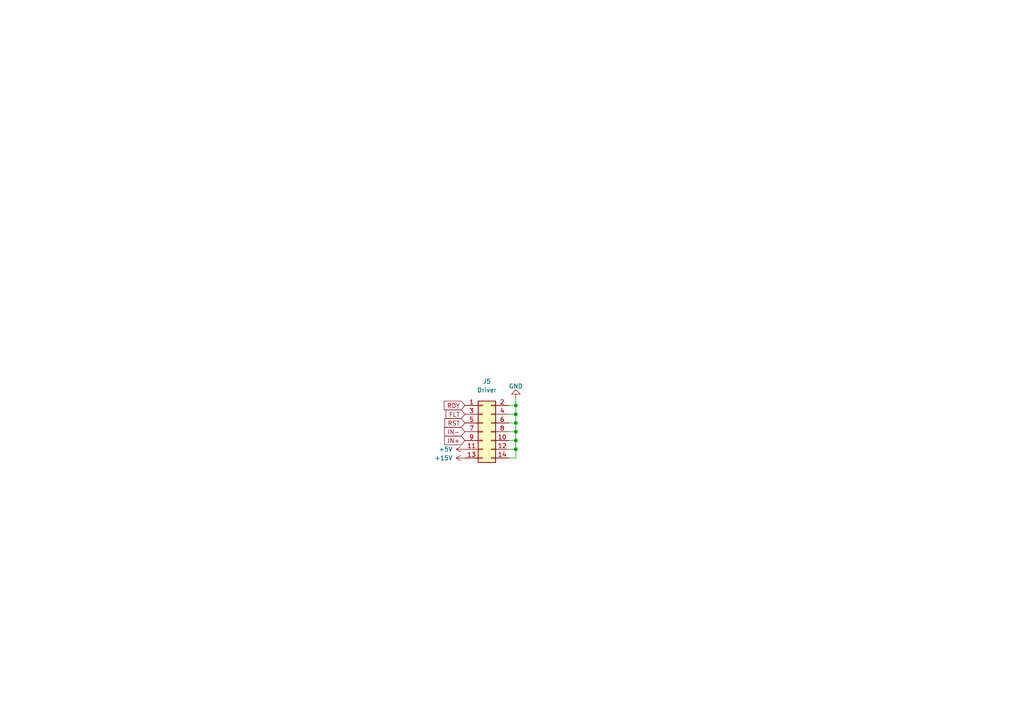
<source format=kicad_sch>
(kicad_sch (version 20211123) (generator eeschema)
  (paper "A4")
  (lib_symbols
    (symbol "Connector_Generic:Conn_02x07_Odd_Even" (pin_names (offset 1.016) hide)
      (property "Reference" "J" (at 1.27 10.16 0))
      (property "Value" "Conn_02x07_Odd_Even" (at 1.27 -10.16 0))
      (symbol "Conn_02x07_Odd_Even_1_1"
        (rectangle (start -1.27 -7.493) (end 0 -7.747) (stroke (width 0.1524)))
        (rectangle (start -1.27 -4.953) (end 0 -5.207) (stroke (width 0.1524)))
        (rectangle (start -1.27 -2.413) (end 0 -2.667) (stroke (width 0.1524)))
        (rectangle (start -1.27 0.127) (end 0 -0.127) (stroke (width 0.1524)))
        (rectangle (start -1.27 2.667) (end 0 2.413) (stroke (width 0.1524)))
        (rectangle (start -1.27 5.207) (end 0 4.953) (stroke (width 0.1524)))
        (rectangle (start -1.27 7.747) (end 0 7.493) (stroke (width 0.1524)))
        (rectangle (start -1.27 8.89) (end 3.81 -8.89) (stroke (width 0.254)) (fill (type background)))
        (rectangle (start 3.81 -7.493) (end 2.54 -7.747) (stroke (width 0.1524)))
        (rectangle (start 3.81 -4.953) (end 2.54 -5.207) (stroke (width 0.1524)))
        (rectangle (start 3.81 -2.413) (end 2.54 -2.667) (stroke (width 0.1524)))
        (rectangle (start 3.81 0.127) (end 2.54 -0.127) (stroke (width 0.1524)))
        (rectangle (start 3.81 2.667) (end 2.54 2.413) (stroke (width 0.1524)))
        (rectangle (start 3.81 5.207) (end 2.54 4.953) (stroke (width 0.1524)))
        (rectangle (start 3.81 7.747) (end 2.54 7.493) (stroke (width 0.1524)))
        (pin passive line (at -5.08 7.62 0) (length 3.81) (name "Pin_1") (number "1"))
        (pin passive line (at 7.62 -2.54 180) (length 3.81) (name "Pin_10") (number "10"))
        (pin passive line (at -5.08 -5.08 0) (length 3.81) (name "Pin_11") (number "11"))
        (pin passive line (at 7.62 -5.08 180) (length 3.81) (name "Pin_12") (number "12"))
        (pin passive line (at -5.08 -7.62 0) (length 3.81) (name "Pin_13") (number "13"))
        (pin passive line (at 7.62 -7.62 180) (length 3.81) (name "Pin_14") (number "14"))
        (pin passive line (at 7.62 7.62 180) (length 3.81) (name "Pin_2") (number "2"))
        (pin passive line (at -5.08 5.08 0) (length 3.81) (name "Pin_3") (number "3"))
        (pin passive line (at 7.62 5.08 180) (length 3.81) (name "Pin_4") (number "4"))
        (pin passive line (at -5.08 2.54 0) (length 3.81) (name "Pin_5") (number "5"))
        (pin passive line (at 7.62 2.54 180) (length 3.81) (name "Pin_6") (number "6"))
        (pin passive line (at -5.08 0 0) (length 3.81) (name "Pin_7") (number "7"))
        (pin passive line (at 7.62 0 180) (length 3.81) (name "Pin_8") (number "8"))
        (pin passive line (at -5.08 -2.54 0) (length 3.81) (name "Pin_9") (number "9"))
      )
    )
    (symbol "power:+15V" (power) (pin_names (offset 0))
      (property "Value" "+15V" (at 0 3.556 0))
      (symbol "+15V_0_1"
        (polyline (pts (xy -0.762 1.27) (xy 0 2.54)))
        (polyline (pts (xy 0 0) (xy 0 2.54)))
        (polyline (pts (xy 0 2.54) (xy 0.762 1.27)))
      )
      (symbol "+15V_1_1"
        (pin power_in line (at 0 0 90) (length 0) hide (name "+15V") (number "1"))
      )
    )
    (symbol "power:+5V" (power) (pin_names (offset 0))
      (property "Value" "+5V" (at 0 3.556 0))
      (symbol "+5V_0_1"
        (polyline (pts (xy -0.762 1.27) (xy 0 2.54)))
        (polyline (pts (xy 0 0) (xy 0 2.54)))
        (polyline (pts (xy 0 2.54) (xy 0.762 1.27)))
      )
      (symbol "+5V_1_1"
        (pin power_in line (at 0 0 90) (length 0) hide (name "+5V") (number "1"))
      )
    )
    (symbol "power:GND" (power) (pin_names (offset 0))
      (property "Value" "GND" (at 0 -3.81 0))
      (symbol "GND_0_1"
        (polyline (pts (xy 0 0) (xy 0 -1.27) (xy 1.27 -1.27) (xy 0 -2.54) (xy -1.27 -1.27) (xy 0 -1.27)))
      )
      (symbol "GND_1_1"
        (pin power_in line (at 0 0 270) (length 0) hide (name "GND") (number "1"))
      )
    )
  )
  (junction (at 149.606 130.302))
  (junction (at 149.606 117.602))
  (junction (at 149.606 127.762))
  (junction (at 149.606 122.682))
  (junction (at 149.606 125.222))
  (junction (at 149.606 120.142))
  (wire (pts (xy 149.606 130.302) (xy 149.606 127.762)))
  (wire (pts (xy 147.574 132.842) (xy 149.606 132.842)))
  (wire (pts (xy 147.574 130.302) (xy 149.606 130.302)))
  (wire (pts (xy 149.606 122.682) (xy 149.606 120.142)))
  (wire (pts (xy 149.606 127.762) (xy 149.606 125.222)))
  (wire (pts (xy 149.606 125.222) (xy 149.606 122.682)))
  (wire (pts (xy 147.574 117.602) (xy 149.606 117.602)))
  (wire (pts (xy 147.574 122.682) (xy 149.606 122.682)))
  (wire (pts (xy 149.606 117.602) (xy 149.606 115.57)))
  (wire (pts (xy 149.606 132.842) (xy 149.606 130.302)))
  (wire (pts (xy 149.606 120.142) (xy 147.574 120.142)))
  (wire (pts (xy 147.574 127.762) (xy 149.606 127.762)))
  (wire (pts (xy 147.574 125.222) (xy 149.606 125.222)))
  (wire (pts (xy 149.606 117.602) (xy 149.606 120.142)))
  (global_label "RST" (shape input) (at 134.874 122.682 180) (property "Intersheet References" "${INTERSHEET_REFS}" (effects hide)))
  (global_label "IN-" (shape input) (at 134.874 125.222 180) (property "Intersheet References" "${INTERSHEET_REFS}" (effects hide)))
  (global_label "IN+" (shape input) (at 134.874 127.762 180) (property "Intersheet References" "${INTERSHEET_REFS}" (effects hide)))
  (global_label "RDY" (shape input) (at 134.874 117.602 180) (property "Intersheet References" "${INTERSHEET_REFS}" (effects hide)))
  (global_label "FLT" (shape input) (at 134.874 120.142 180) (property "Intersheet References" "${INTERSHEET_REFS}" (effects hide)))
  (symbol (lib_id "power:+5V") (at 134.874 130.302 90) (unit 1)
    (property "Reference" "#PWR054" (effects hide))
    (property "Value" "+5V" (at 131.318 130.3021 90) (effects (justify left)))
  )
  (symbol (lib_id "power:+15V") (at 134.874 132.842 90) (unit 1)
    (property "Reference" "#PWR046" (effects hide))
    (property "Value" "+15V" (at 131.318 132.8421 90) (effects (justify left)))
  )
  (symbol (lib_id "power:GND") (at 149.606 115.57 180) (unit 1)
    (property "Reference" "#PWR014" (effects hide))
    (property "Value" "GND" (at 149.606 112.014 0))
  )
  (symbol (lib_id "Connector_Generic:Conn_02x07_Odd_Even") (at 139.954 125.222 0) (unit 1)
    (property "Reference" "J5" (at 141.224 110.617 0))
    (property "Value" "Driver" (at 141.224 113.157 0))
    (property "Footprint" "Connector_IDC:IDC-Header_2x07-1MP_P2.54mm_Latch_Vertical" (effects hide))
  )
)
</source>
